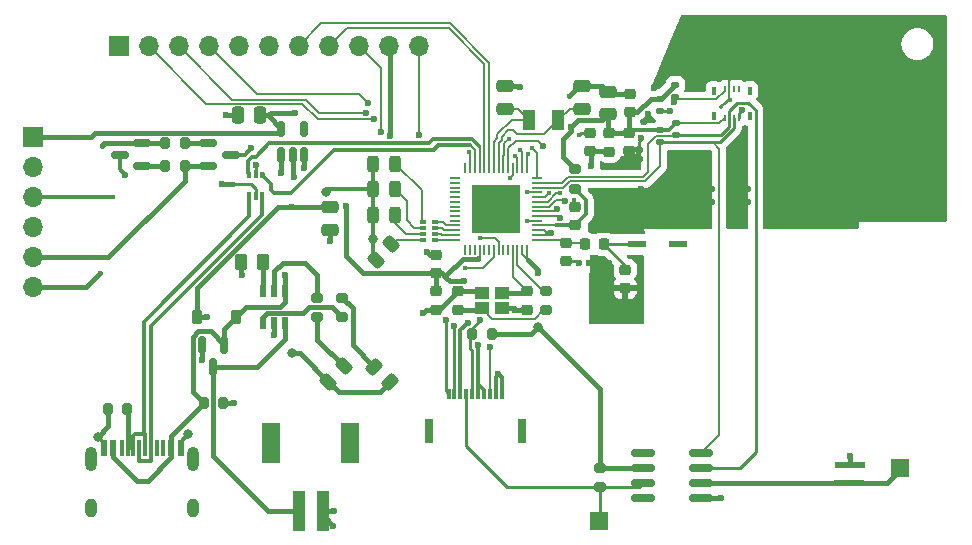
<source format=gtl>
G04 #@! TF.GenerationSoftware,KiCad,Pcbnew,7.0.11-7.0.11~ubuntu22.04.1*
G04 #@! TF.CreationDate,2024-06-25T15:30:52+02:00*
G04 #@! TF.ProjectId,S3-silicon-Sharp-Touch,53332d73-696c-4696-936f-6e2d53686172,rev?*
G04 #@! TF.SameCoordinates,Original*
G04 #@! TF.FileFunction,Copper,L1,Top*
G04 #@! TF.FilePolarity,Positive*
%FSLAX46Y46*%
G04 Gerber Fmt 4.6, Leading zero omitted, Abs format (unit mm)*
G04 Created by KiCad (PCBNEW 7.0.11-7.0.11~ubuntu22.04.1) date 2024-06-25 15:30:52*
%MOMM*%
%LPD*%
G01*
G04 APERTURE LIST*
G04 Aperture macros list*
%AMRoundRect*
0 Rectangle with rounded corners*
0 $1 Rounding radius*
0 $2 $3 $4 $5 $6 $7 $8 $9 X,Y pos of 4 corners*
0 Add a 4 corners polygon primitive as box body*
4,1,4,$2,$3,$4,$5,$6,$7,$8,$9,$2,$3,0*
0 Add four circle primitives for the rounded corners*
1,1,$1+$1,$2,$3*
1,1,$1+$1,$4,$5*
1,1,$1+$1,$6,$7*
1,1,$1+$1,$8,$9*
0 Add four rect primitives between the rounded corners*
20,1,$1+$1,$2,$3,$4,$5,0*
20,1,$1+$1,$4,$5,$6,$7,0*
20,1,$1+$1,$6,$7,$8,$9,0*
20,1,$1+$1,$8,$9,$2,$3,0*%
G04 Aperture macros list end*
G04 #@! TA.AperFunction,SMDPad,CuDef*
%ADD10R,0.600000X1.450000*%
G04 #@! TD*
G04 #@! TA.AperFunction,SMDPad,CuDef*
%ADD11R,0.300000X1.450000*%
G04 #@! TD*
G04 #@! TA.AperFunction,ComponentPad*
%ADD12O,1.000000X2.100000*%
G04 #@! TD*
G04 #@! TA.AperFunction,ComponentPad*
%ADD13O,1.000000X1.600000*%
G04 #@! TD*
G04 #@! TA.AperFunction,SMDPad,CuDef*
%ADD14RoundRect,0.200000X-0.275000X0.200000X-0.275000X-0.200000X0.275000X-0.200000X0.275000X0.200000X0*%
G04 #@! TD*
G04 #@! TA.AperFunction,SMDPad,CuDef*
%ADD15R,1.193800X0.990600*%
G04 #@! TD*
G04 #@! TA.AperFunction,SMDPad,CuDef*
%ADD16RoundRect,0.250000X-0.475000X0.250000X-0.475000X-0.250000X0.475000X-0.250000X0.475000X0.250000X0*%
G04 #@! TD*
G04 #@! TA.AperFunction,SMDPad,CuDef*
%ADD17RoundRect,0.200000X-0.200000X-0.275000X0.200000X-0.275000X0.200000X0.275000X-0.200000X0.275000X0*%
G04 #@! TD*
G04 #@! TA.AperFunction,SMDPad,CuDef*
%ADD18R,0.500000X0.320000*%
G04 #@! TD*
G04 #@! TA.AperFunction,SMDPad,CuDef*
%ADD19RoundRect,0.225000X-0.250000X0.225000X-0.250000X-0.225000X0.250000X-0.225000X0.250000X0.225000X0*%
G04 #@! TD*
G04 #@! TA.AperFunction,SMDPad,CuDef*
%ADD20RoundRect,0.218750X-0.256250X0.218750X-0.256250X-0.218750X0.256250X-0.218750X0.256250X0.218750X0*%
G04 #@! TD*
G04 #@! TA.AperFunction,SMDPad,CuDef*
%ADD21RoundRect,0.200000X0.200000X0.275000X-0.200000X0.275000X-0.200000X-0.275000X0.200000X-0.275000X0*%
G04 #@! TD*
G04 #@! TA.AperFunction,SMDPad,CuDef*
%ADD22RoundRect,0.243750X-0.150260X0.494975X-0.494975X0.150260X0.150260X-0.494975X0.494975X-0.150260X0*%
G04 #@! TD*
G04 #@! TA.AperFunction,SMDPad,CuDef*
%ADD23RoundRect,0.135000X-0.185000X0.135000X-0.185000X-0.135000X0.185000X-0.135000X0.185000X0.135000X0*%
G04 #@! TD*
G04 #@! TA.AperFunction,SMDPad,CuDef*
%ADD24RoundRect,0.150000X-0.587500X-0.150000X0.587500X-0.150000X0.587500X0.150000X-0.587500X0.150000X0*%
G04 #@! TD*
G04 #@! TA.AperFunction,SMDPad,CuDef*
%ADD25RoundRect,0.243750X-0.243750X-0.456250X0.243750X-0.456250X0.243750X0.456250X-0.243750X0.456250X0*%
G04 #@! TD*
G04 #@! TA.AperFunction,SMDPad,CuDef*
%ADD26R,2.616200X0.609600*%
G04 #@! TD*
G04 #@! TA.AperFunction,SMDPad,CuDef*
%ADD27R,2.514600X0.609600*%
G04 #@! TD*
G04 #@! TA.AperFunction,SMDPad,CuDef*
%ADD28R,0.220000X0.475000*%
G04 #@! TD*
G04 #@! TA.AperFunction,SMDPad,CuDef*
%ADD29R,0.320000X0.650000*%
G04 #@! TD*
G04 #@! TA.AperFunction,SMDPad,CuDef*
%ADD30RoundRect,0.225000X0.250000X-0.225000X0.250000X0.225000X-0.250000X0.225000X-0.250000X-0.225000X0*%
G04 #@! TD*
G04 #@! TA.AperFunction,SMDPad,CuDef*
%ADD31RoundRect,0.150000X-0.150000X0.587500X-0.150000X-0.587500X0.150000X-0.587500X0.150000X0.587500X0*%
G04 #@! TD*
G04 #@! TA.AperFunction,SMDPad,CuDef*
%ADD32RoundRect,0.250000X-0.262500X-0.450000X0.262500X-0.450000X0.262500X0.450000X-0.262500X0.450000X0*%
G04 #@! TD*
G04 #@! TA.AperFunction,SMDPad,CuDef*
%ADD33R,1.500000X1.500000*%
G04 #@! TD*
G04 #@! TA.AperFunction,SMDPad,CuDef*
%ADD34R,1.000000X3.500000*%
G04 #@! TD*
G04 #@! TA.AperFunction,SMDPad,CuDef*
%ADD35R,1.500000X3.400000*%
G04 #@! TD*
G04 #@! TA.AperFunction,SMDPad,CuDef*
%ADD36R,1.000000X1.800000*%
G04 #@! TD*
G04 #@! TA.AperFunction,SMDPad,CuDef*
%ADD37RoundRect,0.150000X-0.825000X-0.150000X0.825000X-0.150000X0.825000X0.150000X-0.825000X0.150000X0*%
G04 #@! TD*
G04 #@! TA.AperFunction,SMDPad,CuDef*
%ADD38RoundRect,0.218750X0.218750X0.256250X-0.218750X0.256250X-0.218750X-0.256250X0.218750X-0.256250X0*%
G04 #@! TD*
G04 #@! TA.AperFunction,SMDPad,CuDef*
%ADD39R,0.850000X0.200000*%
G04 #@! TD*
G04 #@! TA.AperFunction,SMDPad,CuDef*
%ADD40R,0.200000X0.850000*%
G04 #@! TD*
G04 #@! TA.AperFunction,SMDPad,CuDef*
%ADD41R,4.050000X4.050000*%
G04 #@! TD*
G04 #@! TA.AperFunction,SMDPad,CuDef*
%ADD42RoundRect,0.243750X0.150260X-0.494975X0.494975X-0.150260X-0.150260X0.494975X-0.494975X0.150260X0*%
G04 #@! TD*
G04 #@! TA.AperFunction,SMDPad,CuDef*
%ADD43RoundRect,0.225000X-0.225000X-0.375000X0.225000X-0.375000X0.225000X0.375000X-0.225000X0.375000X0*%
G04 #@! TD*
G04 #@! TA.AperFunction,SMDPad,CuDef*
%ADD44RoundRect,0.150000X0.150000X-0.512500X0.150000X0.512500X-0.150000X0.512500X-0.150000X-0.512500X0*%
G04 #@! TD*
G04 #@! TA.AperFunction,SMDPad,CuDef*
%ADD45RoundRect,0.250000X-0.250000X-0.475000X0.250000X-0.475000X0.250000X0.475000X-0.250000X0.475000X0*%
G04 #@! TD*
G04 #@! TA.AperFunction,SMDPad,CuDef*
%ADD46RoundRect,0.200000X0.275000X-0.200000X0.275000X0.200000X-0.275000X0.200000X-0.275000X-0.200000X0*%
G04 #@! TD*
G04 #@! TA.AperFunction,SMDPad,CuDef*
%ADD47RoundRect,0.243750X-0.494975X-0.150260X-0.150260X-0.494975X0.494975X0.150260X0.150260X0.494975X0*%
G04 #@! TD*
G04 #@! TA.AperFunction,SMDPad,CuDef*
%ADD48R,0.558800X0.990600*%
G04 #@! TD*
G04 #@! TA.AperFunction,ComponentPad*
%ADD49R,1.700000X1.700000*%
G04 #@! TD*
G04 #@! TA.AperFunction,ComponentPad*
%ADD50O,1.700000X1.700000*%
G04 #@! TD*
G04 #@! TA.AperFunction,SMDPad,CuDef*
%ADD51R,1.500000X0.600000*%
G04 #@! TD*
G04 #@! TA.AperFunction,SMDPad,CuDef*
%ADD52RoundRect,0.150000X0.587500X0.150000X-0.587500X0.150000X-0.587500X-0.150000X0.587500X-0.150000X0*%
G04 #@! TD*
G04 #@! TA.AperFunction,SMDPad,CuDef*
%ADD53R,0.300000X0.850000*%
G04 #@! TD*
G04 #@! TA.AperFunction,SMDPad,CuDef*
%ADD54R,0.800000X2.000000*%
G04 #@! TD*
G04 #@! TA.AperFunction,SMDPad,CuDef*
%ADD55R,0.375000X0.500000*%
G04 #@! TD*
G04 #@! TA.AperFunction,SMDPad,CuDef*
%ADD56R,0.300000X0.650000*%
G04 #@! TD*
G04 #@! TA.AperFunction,ViaPad*
%ADD57C,0.600000*%
G04 #@! TD*
G04 #@! TA.AperFunction,ViaPad*
%ADD58C,0.800000*%
G04 #@! TD*
G04 #@! TA.AperFunction,ViaPad*
%ADD59C,0.400000*%
G04 #@! TD*
G04 #@! TA.AperFunction,Conductor*
%ADD60C,0.250000*%
G04 #@! TD*
G04 #@! TA.AperFunction,Conductor*
%ADD61C,0.400000*%
G04 #@! TD*
G04 #@! TA.AperFunction,Conductor*
%ADD62C,0.300000*%
G04 #@! TD*
G04 #@! TA.AperFunction,Conductor*
%ADD63C,0.200000*%
G04 #@! TD*
G04 APERTURE END LIST*
D10*
X36140000Y-68170000D03*
X36940000Y-68170000D03*
D11*
X38140000Y-68170000D03*
X39140000Y-68170000D03*
X39640000Y-68170000D03*
X40640000Y-68170000D03*
D10*
X41840000Y-68170000D03*
X42640000Y-68170000D03*
X42640000Y-68170000D03*
X41840000Y-68170000D03*
D11*
X41140000Y-68170000D03*
X40140000Y-68170000D03*
X38640000Y-68170000D03*
X37640000Y-68170000D03*
D10*
X36940000Y-68170000D03*
X36140000Y-68170000D03*
D12*
X35070000Y-69085000D03*
D13*
X35070000Y-73265000D03*
D12*
X43710000Y-69085000D03*
D13*
X43710000Y-73265000D03*
D14*
X76020000Y-44565000D03*
X76020000Y-46215000D03*
D15*
X68159999Y-56339999D03*
X69860001Y-56339999D03*
X69860001Y-55040001D03*
X68159999Y-55040001D03*
D16*
X78800000Y-38000000D03*
X78800000Y-39900000D03*
D17*
X41335000Y-44280000D03*
X42985000Y-44280000D03*
D18*
X63180000Y-49020000D03*
X63180000Y-49520000D03*
X63180000Y-50020000D03*
X63180000Y-50520000D03*
X64180000Y-50520000D03*
X64180000Y-50020000D03*
X64180000Y-49520000D03*
X64180000Y-49020000D03*
D19*
X64270000Y-51810000D03*
X64270000Y-53360000D03*
D20*
X78940000Y-41492500D03*
X78940000Y-43067500D03*
D21*
X38125000Y-64860000D03*
X36475000Y-64860000D03*
D22*
X56450000Y-61250000D03*
X55124174Y-62575826D03*
D23*
X84530000Y-37420000D03*
X84530000Y-38440000D03*
D24*
X44982500Y-42370000D03*
X44982500Y-44270000D03*
X46857500Y-43320000D03*
D25*
X58902500Y-48433332D03*
X60777500Y-48433332D03*
D26*
X99229200Y-71130002D03*
D27*
X99280000Y-69630000D03*
D28*
X88700004Y-40207499D03*
X89100003Y-40207499D03*
X89500003Y-40207499D03*
X89900002Y-40207499D03*
X88700004Y-37782501D03*
X89100003Y-37782501D03*
X89500003Y-37782501D03*
X89900002Y-37782501D03*
D29*
X87750006Y-37910000D03*
X90850000Y-37910000D03*
X87750006Y-40080000D03*
X90850000Y-40080000D03*
D19*
X80670000Y-38185000D03*
X80670000Y-39735000D03*
D16*
X55255000Y-47775000D03*
X55255000Y-49675000D03*
D30*
X80590000Y-43055000D03*
X80590000Y-41505000D03*
D31*
X46310000Y-59415000D03*
X44410000Y-59415000D03*
X45360000Y-61290000D03*
D16*
X70100000Y-37550000D03*
X70100000Y-39450000D03*
D19*
X66085000Y-54915000D03*
X66085000Y-56465000D03*
D14*
X73600000Y-54865000D03*
X73600000Y-56515000D03*
D23*
X83260000Y-38580000D03*
X83260000Y-39600000D03*
D19*
X75220000Y-50800000D03*
X75220000Y-52350000D03*
D32*
X47780000Y-52420000D03*
X49605000Y-52420000D03*
D33*
X103500000Y-69870000D03*
D34*
X54660000Y-73530000D03*
X52660000Y-73530000D03*
D35*
X57010000Y-67780000D03*
X50310000Y-67780000D03*
D21*
X68955000Y-58510000D03*
X67305000Y-58510000D03*
D16*
X76650000Y-37550000D03*
X76650000Y-39450000D03*
D36*
X74625000Y-40400000D03*
X72125000Y-40400000D03*
D37*
X81780000Y-68570000D03*
X81780000Y-69840000D03*
X81780000Y-71110000D03*
X81780000Y-72380000D03*
X86730000Y-72380000D03*
X86730000Y-71110000D03*
X86730000Y-69840000D03*
X86730000Y-68570000D03*
D38*
X78437500Y-50910000D03*
X76862500Y-50910000D03*
D39*
X72800000Y-50525000D03*
X72800000Y-50125000D03*
X72800000Y-49725000D03*
X72800000Y-49325000D03*
X72800000Y-48925000D03*
X72800000Y-48525000D03*
X72800000Y-48125000D03*
X72800000Y-47725000D03*
X72800000Y-47325000D03*
X72800000Y-46925000D03*
X72800000Y-46525000D03*
X72800000Y-46125000D03*
X72800000Y-45725000D03*
X72800000Y-45325000D03*
D40*
X71950000Y-44475000D03*
X71550000Y-44475000D03*
X71150000Y-44475000D03*
X70750000Y-44475000D03*
X70350000Y-44475000D03*
X69950000Y-44475000D03*
X69550000Y-44475000D03*
X69150000Y-44475000D03*
X68750000Y-44475000D03*
X68350000Y-44475000D03*
X67950000Y-44475000D03*
X67550000Y-44475000D03*
X67150000Y-44475000D03*
X66750000Y-44475000D03*
D39*
X65900000Y-45325000D03*
X65900000Y-45725000D03*
X65900000Y-46125000D03*
X65900000Y-46525000D03*
X65900000Y-46925000D03*
X65900000Y-47325000D03*
X65900000Y-47725000D03*
X65900000Y-48125000D03*
X65900000Y-48525000D03*
X65900000Y-48925000D03*
X65900000Y-49325000D03*
X65900000Y-49725000D03*
X65900000Y-50125000D03*
X65900000Y-50525000D03*
D40*
X66750000Y-51375000D03*
X67150000Y-51375000D03*
X67550000Y-51375000D03*
X67950000Y-51375000D03*
X68350000Y-51375000D03*
X68750000Y-51375000D03*
X69150000Y-51375000D03*
X69550000Y-51375000D03*
X69950000Y-51375000D03*
X70350000Y-51375000D03*
X70750000Y-51375000D03*
X71150000Y-51375000D03*
X71550000Y-51375000D03*
X71950000Y-51375000D03*
D41*
X69350000Y-47925000D03*
D42*
X59137087Y-52212913D03*
X60462913Y-50887087D03*
D43*
X44052500Y-57062500D03*
X47352500Y-57062500D03*
D21*
X42985000Y-42350000D03*
X41335000Y-42350000D03*
D44*
X51160000Y-43397500D03*
X52110000Y-43397500D03*
X53060000Y-43397500D03*
X53060000Y-41122500D03*
X51160000Y-41122500D03*
D14*
X78125000Y-69825000D03*
X78125000Y-71475000D03*
D19*
X80270000Y-53080000D03*
X80270000Y-54630000D03*
D25*
X58902500Y-44080000D03*
X60777500Y-44080000D03*
D23*
X83230000Y-41280000D03*
X83230000Y-42300000D03*
D25*
X58902500Y-46256666D03*
X60777500Y-46256666D03*
D45*
X47480000Y-40010000D03*
X49380000Y-40010000D03*
D23*
X84580000Y-40680000D03*
X84580000Y-41700000D03*
D46*
X54210000Y-57105000D03*
X54210000Y-55455000D03*
D19*
X77290000Y-41505000D03*
X77290000Y-43055000D03*
D47*
X59037087Y-61287087D03*
X60362913Y-62612913D03*
D48*
X49599998Y-57610000D03*
X50549999Y-57610000D03*
X51500000Y-57610000D03*
X51500000Y-54892200D03*
X50549999Y-54892200D03*
X49599998Y-54892200D03*
D49*
X30150000Y-41840000D03*
D50*
X30150000Y-44380000D03*
X30150000Y-46920000D03*
X30150000Y-49460000D03*
X30150000Y-52000000D03*
X30150000Y-54540000D03*
D51*
X81280000Y-50880000D03*
X84780000Y-50880000D03*
X84780000Y-49280000D03*
X81280000Y-49280000D03*
D46*
X56310000Y-57105000D03*
X56310000Y-55455000D03*
D52*
X39340000Y-44270000D03*
X39340000Y-42370000D03*
X37465000Y-43320000D03*
D19*
X76020000Y-47755000D03*
X76020000Y-49305000D03*
D30*
X71960000Y-56465000D03*
X71960000Y-54915000D03*
D21*
X46225000Y-64360000D03*
X44575000Y-64360000D03*
D49*
X37400000Y-34130000D03*
D50*
X39940000Y-34130000D03*
X42480000Y-34130000D03*
X45020000Y-34130000D03*
X47560000Y-34130000D03*
X50100000Y-34130000D03*
X52640000Y-34130000D03*
X55180000Y-34130000D03*
X57720000Y-34130000D03*
X60260000Y-34130000D03*
X62800000Y-34130000D03*
D53*
X65320000Y-63595000D03*
X65820000Y-63595000D03*
X66320000Y-63595000D03*
X66820000Y-63595000D03*
X67320000Y-63595000D03*
X67820000Y-63595000D03*
X68320000Y-63595000D03*
X68820000Y-63595000D03*
X69320000Y-63595000D03*
X69820000Y-63595000D03*
D54*
X63620000Y-66770000D03*
X71520000Y-66770000D03*
D33*
X78030000Y-74340000D03*
D30*
X64260000Y-56465000D03*
X64260000Y-54915000D03*
D55*
X48462500Y-46760000D03*
D56*
X49000000Y-46835000D03*
D55*
X49537500Y-46760000D03*
X49537500Y-45060000D03*
D56*
X49000000Y-44985000D03*
D55*
X48462500Y-45060000D03*
D57*
X51490000Y-53520000D03*
D58*
X52050000Y-60150000D03*
D57*
X49000000Y-44190000D03*
X92172000Y-47320000D03*
X81610000Y-41950000D03*
X69540000Y-61900000D03*
X83094666Y-46200000D03*
X47110000Y-64350000D03*
X81560000Y-55913630D03*
X101268000Y-47320000D03*
X81520000Y-42973750D03*
X102785324Y-46200000D03*
D59*
X76400000Y-41670000D03*
D57*
X87624000Y-47320000D03*
X98241326Y-46200000D03*
X80080000Y-48490000D03*
X77246666Y-52530000D03*
D58*
X43250000Y-67015000D03*
D57*
X101270658Y-46200000D03*
X99755992Y-46200000D03*
D58*
X54900000Y-46470000D03*
D57*
X81560000Y-47320000D03*
X88360000Y-72390000D03*
X80822867Y-44235049D03*
X63525331Y-51554669D03*
X93697328Y-46200000D03*
D59*
X89110000Y-38670000D03*
D57*
X96720000Y-47320000D03*
X80930000Y-48470000D03*
X102784000Y-47320000D03*
D58*
X35600000Y-67195000D03*
D57*
X71400000Y-37570000D03*
X86108000Y-47320000D03*
X90667996Y-46200000D03*
X93688000Y-47320000D03*
X98236000Y-47320000D03*
D59*
X75912275Y-47133376D03*
D57*
X81560000Y-53540904D03*
X99752000Y-47320000D03*
X50550000Y-58600000D03*
X46120000Y-45790000D03*
X81526462Y-43672876D03*
X81560000Y-54727267D03*
X99320000Y-68830000D03*
X78495000Y-49750000D03*
X52240000Y-45260000D03*
X84609332Y-46200000D03*
X80080000Y-49480000D03*
X81580000Y-46200000D03*
X55590000Y-73540000D03*
X104300000Y-46200000D03*
X86123998Y-46200000D03*
X63190000Y-56700000D03*
X79300000Y-49740000D03*
D59*
X75540000Y-38400000D03*
D57*
X89153330Y-46200000D03*
X78940000Y-52530000D03*
X89140000Y-47320000D03*
X82750000Y-37650000D03*
X47810000Y-53500000D03*
X46500000Y-40010000D03*
X92182662Y-46200000D03*
X81830000Y-40560000D03*
X83076000Y-47320000D03*
X104300000Y-47320000D03*
X96726660Y-46200000D03*
X82220000Y-39890000D03*
X77590000Y-49750000D03*
X84592000Y-47320000D03*
X55550000Y-74740000D03*
X76400000Y-52530000D03*
X55270000Y-50610000D03*
X89110000Y-35640000D03*
X69124402Y-48790000D03*
D59*
X79860000Y-38180000D03*
D57*
X90656000Y-47320000D03*
X87638664Y-46200000D03*
X95204000Y-47320000D03*
X81560000Y-57100000D03*
X70980000Y-56460000D03*
D58*
X58900000Y-50450000D03*
D57*
X95211994Y-46200000D03*
D58*
X72870000Y-57950000D03*
D57*
X66625000Y-54065000D03*
X52320000Y-39800000D03*
X72920000Y-53345000D03*
X56607281Y-47672719D03*
D59*
X70408248Y-41971752D03*
D57*
X60391865Y-41742806D03*
X75680000Y-40990000D03*
X77360000Y-44300000D03*
X74000000Y-49925000D03*
X37940000Y-45040000D03*
D59*
X74540000Y-49310000D03*
D57*
X62800000Y-41660000D03*
D59*
X71990000Y-48930000D03*
D57*
X48609241Y-42770809D03*
X58530000Y-38940000D03*
D59*
X72060000Y-43310000D03*
X71406091Y-42903909D03*
D57*
X58360000Y-39770000D03*
D59*
X70939092Y-43413909D03*
D57*
X58980000Y-40330000D03*
D59*
X70536664Y-45289989D03*
D57*
X53070000Y-44500000D03*
X67810000Y-59460000D03*
X44400000Y-60690000D03*
X44860000Y-57090000D03*
X51154065Y-44875500D03*
X52030000Y-47760000D03*
X90170000Y-39570000D03*
X84050000Y-39600000D03*
D59*
X73800000Y-46600000D03*
X72416989Y-42799121D03*
X71917956Y-46501608D03*
D57*
X84420000Y-38910000D03*
X66960000Y-57570000D03*
X75166909Y-47216646D03*
X65810000Y-57830000D03*
X74535060Y-47924939D03*
D59*
X67010000Y-43130000D03*
D57*
X59623199Y-41379959D03*
D59*
X66730000Y-52910000D03*
X68020000Y-50410000D03*
X36900000Y-46920000D03*
X35821091Y-53321091D03*
X35940000Y-42610000D03*
D57*
X65104928Y-57355259D03*
X74731789Y-48673211D03*
X68020000Y-57360000D03*
D59*
X74740000Y-46600000D03*
D57*
X68830000Y-59600000D03*
X73330000Y-42560000D03*
D60*
X49000000Y-44985000D02*
X49000000Y-44190000D01*
D61*
X41840000Y-68170000D02*
X41840000Y-67140000D01*
X41840000Y-67140000D02*
X44620000Y-64360000D01*
X46310000Y-59415000D02*
X46310000Y-58105000D01*
X43660000Y-58730378D02*
X43660000Y-63400000D01*
X48180300Y-56234700D02*
X51052800Y-56234700D01*
X41840000Y-68958984D02*
X41840000Y-68170000D01*
X51500000Y-55787500D02*
X51500000Y-54892200D01*
X44120378Y-58270000D02*
X43660000Y-58730378D01*
X46310000Y-58105000D02*
X47352500Y-57062500D01*
X39833984Y-70965000D02*
X41840000Y-68958984D01*
X52711261Y-60150000D02*
X55187087Y-62625826D01*
X59525826Y-63450000D02*
X60362913Y-62612913D01*
X36940000Y-68958984D02*
X38946016Y-70965000D01*
X55187087Y-62625826D02*
X56011261Y-63450000D01*
X46310000Y-59415000D02*
X45165000Y-58270000D01*
X47352500Y-57062500D02*
X48180300Y-56234700D01*
X51500000Y-54892200D02*
X51500000Y-53530000D01*
X43660000Y-63400000D02*
X44620000Y-64360000D01*
X52050000Y-60150000D02*
X52050000Y-60201652D01*
X56011261Y-63450000D02*
X59525826Y-63450000D01*
X51052800Y-56234700D02*
X51500000Y-55787500D01*
X52050000Y-60150000D02*
X52711261Y-60150000D01*
X51500000Y-53530000D02*
X51490000Y-53520000D01*
X36940000Y-68170000D02*
X36940000Y-68958984D01*
X45165000Y-58270000D02*
X44120378Y-58270000D01*
X38946016Y-70965000D02*
X39833984Y-70965000D01*
X78350000Y-37550000D02*
X78800000Y-38000000D01*
X80670000Y-38185000D02*
X79865000Y-38185000D01*
D62*
X36140000Y-68170000D02*
X36140000Y-67735000D01*
X58900000Y-51975826D02*
X59137087Y-52212913D01*
D60*
X76220000Y-52350000D02*
X76400000Y-52530000D01*
D61*
X86730000Y-72380000D02*
X88350000Y-72380000D01*
X78985000Y-38185000D02*
X78800000Y-38000000D01*
X55255000Y-49675000D02*
X55255000Y-50595000D01*
D62*
X58900000Y-50450000D02*
X58900000Y-51975826D01*
D61*
X88350000Y-72380000D02*
X88360000Y-72390000D01*
X63425000Y-56465000D02*
X63190000Y-56700000D01*
X64260000Y-56465000D02*
X64535000Y-56465000D01*
X79855000Y-38185000D02*
X78985000Y-38185000D01*
D63*
X89100003Y-38660003D02*
X89110000Y-38670000D01*
D61*
X68034998Y-54915000D02*
X68159999Y-55040001D01*
D62*
X58902500Y-46256666D02*
X55113334Y-46256666D01*
D60*
X75220000Y-52350000D02*
X76220000Y-52350000D01*
D61*
X36475000Y-64860000D02*
X36475000Y-66320000D01*
D63*
X89100003Y-35649997D02*
X89110000Y-35640000D01*
D61*
X76650000Y-37550000D02*
X76390000Y-37550000D01*
X70985000Y-56465000D02*
X70980000Y-56460000D01*
X64535000Y-56465000D02*
X66085000Y-54915000D01*
X81411250Y-42865000D02*
X81520000Y-42973750D01*
D62*
X58902500Y-48433332D02*
X58902500Y-50447500D01*
D61*
X50549999Y-57610000D02*
X50550000Y-58600000D01*
X55580000Y-73530000D02*
X55590000Y-73540000D01*
D63*
X76020000Y-47241101D02*
X75912275Y-47133376D01*
D61*
X79860000Y-38180000D02*
X79855000Y-38185000D01*
X36475000Y-66320000D02*
X35600000Y-67195000D01*
X71380000Y-37550000D02*
X71400000Y-37570000D01*
X52110000Y-45130000D02*
X52240000Y-45260000D01*
X99280000Y-68870000D02*
X99320000Y-68830000D01*
X70859999Y-56339999D02*
X70980000Y-56460000D01*
X99280000Y-69630000D02*
X99280000Y-68870000D01*
X47480000Y-40010000D02*
X46500000Y-40010000D01*
D60*
X76565000Y-41505000D02*
X76400000Y-41670000D01*
D62*
X42640000Y-68170000D02*
X42640000Y-67625000D01*
D61*
X69860001Y-56339999D02*
X70859999Y-56339999D01*
X76650000Y-37550000D02*
X78350000Y-37550000D01*
X47100000Y-64360000D02*
X47110000Y-64350000D01*
X54660000Y-73530000D02*
X55580000Y-73530000D01*
D62*
X58902500Y-50447500D02*
X58900000Y-50450000D01*
D60*
X49000000Y-46210000D02*
X48565000Y-45775000D01*
D62*
X69320000Y-63595000D02*
X69320000Y-62120000D01*
D61*
X46225000Y-64360000D02*
X47100000Y-64360000D01*
X46135000Y-45775000D02*
X46120000Y-45790000D01*
X54660000Y-73850000D02*
X55550000Y-74740000D01*
X64260000Y-56465000D02*
X63425000Y-56465000D01*
X54660000Y-73530000D02*
X54660000Y-73850000D01*
X47780000Y-53470000D02*
X47810000Y-53500000D01*
X52110000Y-43397500D02*
X52110000Y-45130000D01*
D63*
X76020000Y-47755000D02*
X76020000Y-47241101D01*
D61*
X71960000Y-56465000D02*
X70985000Y-56465000D01*
X66085000Y-54915000D02*
X68034998Y-54915000D01*
D60*
X77290000Y-41505000D02*
X76565000Y-41505000D01*
D63*
X89100003Y-37782501D02*
X89100003Y-38660003D01*
D61*
X63780662Y-51810000D02*
X63525331Y-51554669D01*
X55255000Y-50595000D02*
X55270000Y-50610000D01*
X79865000Y-38185000D02*
X79860000Y-38180000D01*
D63*
X89100003Y-37782501D02*
X89100003Y-35649997D01*
D62*
X36140000Y-67735000D02*
X35600000Y-67195000D01*
D61*
X76390000Y-37550000D02*
X75540000Y-38400000D01*
D62*
X58902500Y-46256666D02*
X58902500Y-48433332D01*
X69820000Y-62180000D02*
X69540000Y-61900000D01*
X42640000Y-67625000D02*
X43250000Y-67015000D01*
D61*
X80625000Y-42865000D02*
X81411250Y-42865000D01*
X64270000Y-51810000D02*
X63780662Y-51810000D01*
X70100000Y-37550000D02*
X71380000Y-37550000D01*
D62*
X55113334Y-46256666D02*
X54900000Y-46470000D01*
D63*
X76020000Y-47755000D02*
X76008978Y-47755000D01*
D60*
X48565000Y-45775000D02*
X47080000Y-45775000D01*
D62*
X58902500Y-44080000D02*
X58902500Y-46256666D01*
X69320000Y-62120000D02*
X69540000Y-61900000D01*
X69820000Y-63595000D02*
X69820000Y-62180000D01*
D61*
X47780000Y-52420000D02*
X47780000Y-53470000D01*
X47080000Y-45775000D02*
X46135000Y-45775000D01*
D60*
X49000000Y-46835000D02*
X49000000Y-46210000D01*
D61*
X52110000Y-45100000D02*
X52240000Y-45230000D01*
X52240000Y-45230000D02*
X52240000Y-45260000D01*
X50900000Y-41472500D02*
X47840000Y-41472500D01*
X64680000Y-53390000D02*
X64770000Y-53390000D01*
D63*
X70039999Y-42577459D02*
X70039999Y-42340001D01*
X70039999Y-42340001D02*
X70408248Y-41971752D01*
D61*
X65130000Y-53530000D02*
X66520000Y-52140000D01*
X76280000Y-40390000D02*
X75680000Y-40990000D01*
X83260000Y-38580000D02*
X83300000Y-38580000D01*
X76020000Y-44565000D02*
X75000000Y-43545000D01*
X64270000Y-53360000D02*
X64680000Y-53360000D01*
X58060000Y-53360000D02*
X56607281Y-51907281D01*
X64770000Y-53390000D02*
X65130000Y-53750000D01*
D63*
X71550000Y-51700000D02*
X72075000Y-52225000D01*
D61*
X72920000Y-53070000D02*
X72920000Y-53345000D01*
D63*
X88227503Y-40680000D02*
X84580000Y-40680000D01*
D61*
X72870000Y-57950000D02*
X78125000Y-63205000D01*
X72310000Y-58510000D02*
X68955000Y-58510000D01*
X47840000Y-41472500D02*
X47837500Y-41475000D01*
X78125000Y-69825000D02*
X81765000Y-69825000D01*
X80670000Y-39735000D02*
X81275000Y-39735000D01*
X67810000Y-52140000D02*
X67850000Y-52100000D01*
X78800000Y-41352500D02*
X78940000Y-41492500D01*
X64260000Y-54915000D02*
X64260000Y-53370000D01*
D63*
X71950000Y-52100000D02*
X72075000Y-52225000D01*
D61*
X47837500Y-41475000D02*
X35370000Y-41475000D01*
X78310000Y-40390000D02*
X78800000Y-39900000D01*
D63*
X80815000Y-41280000D02*
X80590000Y-41505000D01*
D61*
X65130000Y-53750000D02*
X65130000Y-53530000D01*
X80625000Y-39780000D02*
X80670000Y-39735000D01*
D63*
X67950000Y-51375000D02*
X67950000Y-52000000D01*
D61*
X49380000Y-40010000D02*
X50047500Y-40010000D01*
X76280000Y-40390000D02*
X78310000Y-40390000D01*
X65445000Y-54065000D02*
X66625000Y-54065000D01*
X82430000Y-38580000D02*
X83260000Y-38580000D01*
X80577500Y-41492500D02*
X80590000Y-41505000D01*
D63*
X88700004Y-40207499D02*
X88227503Y-40680000D01*
D61*
X72075000Y-52225000D02*
X72920000Y-53070000D01*
X80625000Y-41315000D02*
X80625000Y-39780000D01*
D63*
X71550000Y-51375000D02*
X71550000Y-51700000D01*
D62*
X83980000Y-41280000D02*
X84580000Y-40680000D01*
X83230000Y-41280000D02*
X80815000Y-41280000D01*
D61*
X81275000Y-39735000D02*
X82430000Y-38580000D01*
X64270000Y-53360000D02*
X58060000Y-53360000D01*
D63*
X69950000Y-43407062D02*
X69980004Y-43377058D01*
D61*
X78125000Y-63205000D02*
X78125000Y-69825000D01*
D63*
X69980004Y-43377058D02*
X69980004Y-42637455D01*
D61*
X75000000Y-42028529D02*
X75680000Y-41348529D01*
X83300000Y-38580000D02*
X84480000Y-37400000D01*
X50047500Y-40010000D02*
X50257500Y-39800000D01*
X50257500Y-39800000D02*
X52320000Y-39800000D01*
X50047500Y-40010000D02*
X51160000Y-41122500D01*
X60391865Y-34261865D02*
X60391865Y-41742806D01*
D63*
X71950000Y-51375000D02*
X71950000Y-52100000D01*
X67950000Y-52000000D02*
X67850000Y-52100000D01*
D61*
X75680000Y-41348529D02*
X75680000Y-40990000D01*
X56607281Y-51907281D02*
X56607281Y-47672719D01*
X35005000Y-41840000D02*
X30150000Y-41840000D01*
X66520000Y-52140000D02*
X67810000Y-52140000D01*
X35370000Y-41475000D02*
X35005000Y-41840000D01*
X81765000Y-69825000D02*
X81780000Y-69840000D01*
X64260000Y-53370000D02*
X64270000Y-53360000D01*
D63*
X69980004Y-42637455D02*
X70039999Y-42577459D01*
D61*
X72870000Y-57950000D02*
X72310000Y-58510000D01*
X65130000Y-53750000D02*
X65445000Y-54065000D01*
X75000000Y-43545000D02*
X75000000Y-42028529D01*
X80612500Y-41302500D02*
X80625000Y-41315000D01*
D62*
X83230000Y-41280000D02*
X83980000Y-41280000D01*
D61*
X78940000Y-41492500D02*
X80577500Y-41492500D01*
X60260000Y-34130000D02*
X60391865Y-34261865D01*
D63*
X69950000Y-44475000D02*
X69950000Y-43407062D01*
D61*
X78800000Y-39900000D02*
X78800000Y-41352500D01*
X64680000Y-53360000D02*
X64680000Y-53390000D01*
D63*
X73400000Y-49725000D02*
X73625000Y-49950000D01*
D61*
X77290000Y-43055000D02*
X78927500Y-43055000D01*
X78927500Y-43055000D02*
X78940000Y-43067500D01*
D63*
X72800000Y-49725000D02*
X73400000Y-49725000D01*
X73450000Y-50125000D02*
X73625000Y-49950000D01*
D61*
X77360000Y-44300000D02*
X77360000Y-43125000D01*
D63*
X72800000Y-50125000D02*
X73450000Y-50125000D01*
D61*
X77185000Y-42850000D02*
X77200000Y-42865000D01*
X73650000Y-49925000D02*
X74000000Y-49925000D01*
X73625000Y-49950000D02*
X73650000Y-49925000D01*
X77360000Y-43125000D02*
X77290000Y-43055000D01*
D62*
X76020000Y-46215000D02*
X76940000Y-47135000D01*
D63*
X72800000Y-49325000D02*
X74525000Y-49325000D01*
X74525000Y-49325000D02*
X74540000Y-49310000D01*
D62*
X76940000Y-47135000D02*
X76940000Y-48385000D01*
X74545000Y-49305000D02*
X74540000Y-49310000D01*
X76940000Y-48385000D02*
X76020000Y-49305000D01*
X37465000Y-44565000D02*
X37940000Y-45040000D01*
X37465000Y-43320000D02*
X37465000Y-44565000D01*
X76020000Y-49305000D02*
X74545000Y-49305000D01*
D63*
X74540000Y-49310000D02*
X74555000Y-49325000D01*
X69035000Y-57215000D02*
X68159999Y-56339999D01*
D61*
X66085000Y-56465000D02*
X68034998Y-56465000D01*
X68034998Y-56465000D02*
X68159999Y-56339999D01*
D63*
X73340000Y-56515000D02*
X72640000Y-57215000D01*
X72640000Y-57215000D02*
X69035000Y-57215000D01*
X71834999Y-55040001D02*
X71960000Y-54915000D01*
D61*
X69860001Y-55040001D02*
X71834999Y-55040001D01*
D63*
X70750000Y-53705000D02*
X71960000Y-54915000D01*
X70750000Y-51375000D02*
X70750000Y-53705000D01*
X75220000Y-50800000D02*
X76752500Y-50800000D01*
D62*
X75330000Y-50910000D02*
X75220000Y-50800000D01*
D63*
X72800000Y-50525000D02*
X74945000Y-50525000D01*
D60*
X78437500Y-50910000D02*
X81250000Y-50910000D01*
X80270000Y-53080000D02*
X80270000Y-52742500D01*
X80270000Y-52742500D02*
X78437500Y-50910000D01*
X81250000Y-50910000D02*
X81280000Y-50880000D01*
D63*
X73405000Y-41620000D02*
X74625000Y-40400000D01*
X69800000Y-41802182D02*
X70321091Y-41281091D01*
X69800000Y-42082066D02*
X69800000Y-41802182D01*
X70760000Y-41281091D02*
X71098909Y-41620000D01*
X75565000Y-39460000D02*
X76650000Y-39460000D01*
X69550000Y-42332066D02*
X69800000Y-42082066D01*
X69550000Y-44475000D02*
X69550000Y-42332066D01*
X70321091Y-41281091D02*
X70760000Y-41281091D01*
X74625000Y-40400000D02*
X75565000Y-39460000D01*
X71098909Y-41620000D02*
X73405000Y-41620000D01*
X69460000Y-41941234D02*
X69460000Y-41619167D01*
X70679167Y-40400000D02*
X72125000Y-40400000D01*
X69150000Y-42251234D02*
X69460000Y-41941234D01*
X71175000Y-39450000D02*
X72125000Y-40400000D01*
X69150000Y-44475000D02*
X69150000Y-42251234D01*
X70100000Y-39450000D02*
X71175000Y-39450000D01*
X69460000Y-41619167D02*
X70679167Y-40400000D01*
X62800000Y-41660000D02*
X62800000Y-34130000D01*
D62*
X48060050Y-43320000D02*
X48609241Y-42770809D01*
X46857500Y-43320000D02*
X48060050Y-43320000D01*
D63*
X72800000Y-48925000D02*
X71995000Y-48925000D01*
X71995000Y-48925000D02*
X71990000Y-48930000D01*
X57770000Y-38180000D02*
X58530000Y-38940000D01*
X71950000Y-43420000D02*
X72060000Y-43310000D01*
X49070000Y-38180000D02*
X57770000Y-38180000D01*
X71950000Y-44475000D02*
X71950000Y-43420000D01*
X45020000Y-34130000D02*
X49070000Y-38180000D01*
X53260000Y-38670000D02*
X47020000Y-38670000D01*
X54360000Y-39770000D02*
X53260000Y-38670000D01*
X47020000Y-38670000D02*
X42480000Y-34130000D01*
X58360000Y-39770000D02*
X54360000Y-39770000D01*
X71550000Y-43047818D02*
X71406091Y-42903909D01*
X71550000Y-44475000D02*
X71550000Y-43047818D01*
X54230000Y-40330000D02*
X52910000Y-39010000D01*
X71150000Y-44475000D02*
X71150000Y-43624817D01*
X52910000Y-39010000D02*
X44820000Y-39010000D01*
X44820000Y-39010000D02*
X39940000Y-34130000D01*
X71150000Y-43624817D02*
X70939092Y-43413909D01*
X58980000Y-40330000D02*
X54230000Y-40330000D01*
X70750000Y-45076653D02*
X70536664Y-45289989D01*
X70750000Y-44475000D02*
X70750000Y-45076653D01*
D62*
X67820000Y-59470000D02*
X67810000Y-59460000D01*
D61*
X44052500Y-57062500D02*
X44052500Y-54593688D01*
X44410000Y-59415000D02*
X44410000Y-60680000D01*
X44410000Y-60680000D02*
X44400000Y-60690000D01*
X53070000Y-44500000D02*
X53070000Y-43407500D01*
X44860000Y-57090000D02*
X44080000Y-57090000D01*
X44052500Y-54593688D02*
X50871188Y-47775000D01*
X44080000Y-57090000D02*
X44052500Y-57062500D01*
D62*
X67820000Y-62740000D02*
X67820000Y-59470000D01*
D61*
X50871188Y-47775000D02*
X55255000Y-47775000D01*
X51154065Y-44875500D02*
X51154065Y-43403435D01*
X53070000Y-43407500D02*
X53060000Y-43397500D01*
D62*
X68320000Y-63240000D02*
X67820000Y-62740000D01*
X67820000Y-63595000D02*
X67820000Y-62740000D01*
X68320000Y-63595000D02*
X68320000Y-63240000D01*
D61*
X51154065Y-43403435D02*
X51160000Y-43397500D01*
X54210000Y-58997087D02*
X56512913Y-61300000D01*
X54210000Y-57105000D02*
X54210000Y-58997087D01*
X56310000Y-55455000D02*
X57190000Y-56335000D01*
X57190000Y-59440000D02*
X59037087Y-61287087D01*
X57190000Y-56335000D02*
X57190000Y-59440000D01*
D60*
X89900002Y-40207499D02*
X89900002Y-39839998D01*
D63*
X72800000Y-46925000D02*
X73475000Y-46925000D01*
X73475000Y-46925000D02*
X73800000Y-46600000D01*
D60*
X89900002Y-39839998D02*
X90170000Y-39570000D01*
X83260000Y-39600000D02*
X84050000Y-39600000D01*
D63*
X72800000Y-43182132D02*
X72416989Y-42799121D01*
X72800000Y-45325000D02*
X72800000Y-43182132D01*
X84420000Y-38480000D02*
X84480000Y-38420000D01*
X84420000Y-38910000D02*
X84420000Y-38480000D01*
X87970005Y-38640000D02*
X84700000Y-38640000D01*
X72800000Y-46525000D02*
X71941348Y-46525000D01*
X84700000Y-38640000D02*
X84480000Y-38420000D01*
X88700004Y-37782501D02*
X88700004Y-37910001D01*
X71941348Y-46525000D02*
X71917956Y-46501608D01*
X88700004Y-37910001D02*
X87970005Y-38640000D01*
X84490000Y-41790000D02*
X84580000Y-41700000D01*
D60*
X90020000Y-69840000D02*
X86730000Y-69840000D01*
X89100003Y-40958453D02*
X88358456Y-41700000D01*
D63*
X72800000Y-45725000D02*
X74926372Y-45725000D01*
D60*
X88358456Y-41700000D02*
X84580000Y-41700000D01*
D63*
X81805000Y-45205000D02*
X82230000Y-44780000D01*
X75446372Y-45205000D02*
X81805000Y-45205000D01*
X82230000Y-42445928D02*
X82885928Y-41790000D01*
D60*
X90710000Y-38920000D02*
X91330000Y-39540000D01*
X91330000Y-39540000D02*
X91330000Y-68530000D01*
D63*
X74926372Y-45725000D02*
X75446372Y-45205000D01*
D60*
X89100003Y-40207499D02*
X89100003Y-39599997D01*
X89100003Y-39599997D02*
X89780000Y-38920000D01*
D63*
X82885928Y-41790000D02*
X84490000Y-41790000D01*
D60*
X89780000Y-38920000D02*
X90710000Y-38920000D01*
D63*
X82230000Y-44780000D02*
X82230000Y-42445928D01*
D60*
X91330000Y-68530000D02*
X90020000Y-69840000D01*
X89100003Y-40207499D02*
X89100003Y-40958453D01*
D63*
X83230000Y-44300000D02*
X81955000Y-45575000D01*
X88230000Y-42830000D02*
X87700000Y-42300000D01*
X83230000Y-42300000D02*
X83230000Y-44300000D01*
X86730000Y-68570000D02*
X88230000Y-67070000D01*
X75007204Y-46125000D02*
X72800000Y-46125000D01*
X88230000Y-67070000D02*
X88230000Y-42830000D01*
X81955000Y-45575000D02*
X75557204Y-45575000D01*
D60*
X89500003Y-41109997D02*
X88310000Y-42300000D01*
X88310000Y-42300000D02*
X87700000Y-42300000D01*
X89500003Y-40207499D02*
X89500003Y-41109997D01*
X87700000Y-42300000D02*
X83230000Y-42300000D01*
D63*
X75557204Y-45575000D02*
X75007204Y-46125000D01*
D62*
X66320000Y-58210000D02*
X66960000Y-57570000D01*
D63*
X74420000Y-47130000D02*
X75080263Y-47130000D01*
X72800000Y-47725000D02*
X73825000Y-47725000D01*
D62*
X66320000Y-63595000D02*
X66320000Y-58210000D01*
D63*
X73825000Y-47725000D02*
X74420000Y-47130000D01*
X75080263Y-47130000D02*
X75166909Y-47216646D01*
X72800000Y-48125000D02*
X74334999Y-48125000D01*
D60*
X65810000Y-57830000D02*
X65820000Y-57840000D01*
X65820000Y-57840000D02*
X65820000Y-63595000D01*
D63*
X74334999Y-48125000D02*
X74535060Y-47924939D01*
X68750000Y-35559168D02*
X65410832Y-32220000D01*
X65410832Y-32220000D02*
X54550000Y-32220000D01*
X54550000Y-32220000D02*
X52640000Y-34130000D01*
X68750000Y-44475000D02*
X68750000Y-35559168D01*
X68350000Y-44475000D02*
X68350000Y-35640000D01*
X65320000Y-32610000D02*
X56700000Y-32610000D01*
X68350000Y-35640000D02*
X65320000Y-32610000D01*
X56700000Y-32610000D02*
X55180000Y-34130000D01*
D62*
X64020000Y-42020000D02*
X63660000Y-42380000D01*
X48300000Y-44897500D02*
X48462500Y-45060000D01*
X48300000Y-43900050D02*
X48300000Y-44897500D01*
X48997168Y-43490000D02*
X48710050Y-43490000D01*
X48710050Y-43490000D02*
X48300000Y-43900050D01*
X67317107Y-42020000D02*
X64020000Y-42020000D01*
X50107168Y-42380000D02*
X48997168Y-43490000D01*
D63*
X67950000Y-44475000D02*
X67950000Y-42652893D01*
D62*
X67910000Y-42612893D02*
X67317107Y-42020000D01*
X63660000Y-42380000D02*
X50107168Y-42380000D01*
D63*
X67950000Y-42652893D02*
X67910000Y-42612893D01*
X67550000Y-42960000D02*
X67110000Y-42520000D01*
D62*
X50580000Y-46610000D02*
X51940000Y-46610000D01*
X64460000Y-42520000D02*
X67110000Y-42520000D01*
X49537500Y-45060000D02*
X50325000Y-45847500D01*
X50325000Y-45847500D02*
X50325000Y-46355000D01*
X49537500Y-45060000D02*
X49590000Y-45007500D01*
D63*
X67550000Y-44475000D02*
X67550000Y-42960000D01*
D62*
X64060000Y-42920000D02*
X64460000Y-42520000D01*
X50325000Y-46355000D02*
X50580000Y-46610000D01*
X51940000Y-46610000D02*
X55630000Y-42920000D01*
X55630000Y-42920000D02*
X64060000Y-42920000D01*
D63*
X59623199Y-36033199D02*
X59623199Y-41379959D01*
X67150000Y-43270000D02*
X67010000Y-43130000D01*
X57720000Y-34130000D02*
X59623199Y-36033199D01*
X67150000Y-44475000D02*
X67150000Y-43270000D01*
X60867500Y-50520000D02*
X63180000Y-50520000D01*
X60777500Y-50610000D02*
X60867500Y-50520000D01*
X61674168Y-50029999D02*
X60777500Y-49133331D01*
X60777500Y-49133331D02*
X60777500Y-48433332D01*
X62890000Y-50029999D02*
X61674168Y-50029999D01*
X62421701Y-49529999D02*
X61780000Y-48888298D01*
X62890000Y-49529999D02*
X62421701Y-49529999D01*
X61780000Y-48888298D02*
X61780000Y-47259166D01*
X61780000Y-47259166D02*
X60777500Y-46256666D01*
X60777500Y-44080000D02*
X63050000Y-46352500D01*
X63050000Y-46352500D02*
X63050000Y-49020000D01*
X69150000Y-51375000D02*
X69150000Y-52000000D01*
X68240000Y-52910000D02*
X66730000Y-52910000D01*
X69150000Y-52000000D02*
X68240000Y-52910000D01*
D62*
X30150000Y-46920000D02*
X36900000Y-46920000D01*
D63*
X68020000Y-50410000D02*
X69210000Y-50410000D01*
X69550000Y-50750000D02*
X69550000Y-51375000D01*
X69210000Y-50410000D02*
X69550000Y-50750000D01*
X71150000Y-52675000D02*
X73340000Y-54865000D01*
X71150000Y-51375000D02*
X71150000Y-52675000D01*
D61*
X38140000Y-64875000D02*
X38125000Y-64860000D01*
X38140000Y-68170000D02*
X38140000Y-64875000D01*
X44972500Y-44280000D02*
X44982500Y-44270000D01*
X42985000Y-44280000D02*
X42985000Y-45525000D01*
X42985000Y-45525000D02*
X36510000Y-52000000D01*
X42985000Y-44280000D02*
X44972500Y-44280000D01*
X36510000Y-52000000D02*
X30150000Y-52000000D01*
X30150000Y-54540000D02*
X34602182Y-54540000D01*
X41315000Y-42370000D02*
X41335000Y-42350000D01*
X36180000Y-42370000D02*
X35940000Y-42610000D01*
X34602182Y-54540000D02*
X35821091Y-53321091D01*
X39340000Y-42370000D02*
X36180000Y-42370000D01*
X39340000Y-42370000D02*
X41315000Y-42370000D01*
X41325000Y-44270000D02*
X41335000Y-44280000D01*
X39340000Y-44270000D02*
X41325000Y-44270000D01*
X42985000Y-42350000D02*
X44962500Y-42350000D01*
X44962500Y-42350000D02*
X44982500Y-42370000D01*
D60*
X84850000Y-50990000D02*
X84860000Y-50980000D01*
D62*
X40140000Y-68170000D02*
X40140000Y-57813224D01*
X39140000Y-69255000D02*
X40110000Y-69255000D01*
X49550000Y-46772500D02*
X49537500Y-46760000D01*
X40110000Y-69255000D02*
X40140000Y-69225000D01*
X39140000Y-68170000D02*
X39140000Y-69255000D01*
X49537500Y-48415724D02*
X49537500Y-46760000D01*
X40140000Y-69225000D02*
X40140000Y-68170000D01*
X40140000Y-57813224D02*
X49537500Y-48415724D01*
X39530000Y-57470000D02*
X48462500Y-48537500D01*
X48462500Y-48537500D02*
X48462500Y-46760000D01*
X39640000Y-68170000D02*
X39640000Y-66975000D01*
X38780000Y-66975000D02*
X38640000Y-67115000D01*
X39530000Y-66975000D02*
X39530000Y-57470000D01*
X38640000Y-67115000D02*
X38640000Y-68170000D01*
X39640000Y-66975000D02*
X39530000Y-66975000D01*
X39530000Y-66975000D02*
X38780000Y-66975000D01*
D63*
X64821370Y-49029998D02*
X64261600Y-49029998D01*
X65116372Y-49325000D02*
X64821370Y-49029998D01*
X65900000Y-49325000D02*
X65116372Y-49325000D01*
X64950686Y-49725000D02*
X64755685Y-49529999D01*
X64755685Y-49529999D02*
X64261600Y-49529999D01*
X65900000Y-49725000D02*
X64950686Y-49725000D01*
X64680000Y-50020000D02*
X64785000Y-50125000D01*
X65900000Y-50125000D02*
X64785000Y-50125000D01*
X64050000Y-50020000D02*
X64680000Y-50020000D01*
X64266600Y-50525000D02*
X64261600Y-50530000D01*
X65900000Y-50525000D02*
X64266600Y-50525000D01*
X74583578Y-48525000D02*
X74731789Y-48673211D01*
D60*
X65104928Y-63379928D02*
X65104928Y-57355259D01*
X65320000Y-63595000D02*
X65104928Y-63379928D01*
D63*
X72800000Y-48525000D02*
X74583578Y-48525000D01*
D60*
X67305000Y-58510000D02*
X67305000Y-58075000D01*
X67135000Y-59739595D02*
X67135000Y-58680000D01*
D63*
X73725000Y-47325000D02*
X74450000Y-46600000D01*
D60*
X67135000Y-58680000D02*
X67305000Y-58510000D01*
X67320000Y-59924595D02*
X67135000Y-59739595D01*
D63*
X72800000Y-47325000D02*
X73725000Y-47325000D01*
D60*
X67305000Y-58075000D02*
X68020000Y-57360000D01*
X67320000Y-63595000D02*
X67320000Y-59924595D01*
D63*
X74450000Y-46600000D02*
X74740000Y-46600000D01*
X70350000Y-44475000D02*
X70350000Y-43850000D01*
X70380007Y-42779993D02*
X71000000Y-42160000D01*
X72930000Y-42160000D02*
X73330000Y-42560000D01*
X70380007Y-43819993D02*
X70380007Y-42803137D01*
X68830000Y-59600000D02*
X68820000Y-59610000D01*
X71000000Y-42160000D02*
X72930000Y-42160000D01*
X70380007Y-42803137D02*
X70380007Y-42779993D01*
X68820000Y-59610000D02*
X68820000Y-63595000D01*
X70350000Y-43850000D02*
X70380007Y-43819993D01*
D60*
X78125000Y-71475000D02*
X78125000Y-73635000D01*
X70275000Y-71475000D02*
X78125000Y-71475000D01*
X78125000Y-73635000D02*
X78140000Y-73650000D01*
X78125000Y-71475000D02*
X81415000Y-71475000D01*
X66820000Y-63595000D02*
X66820000Y-68020000D01*
X66820000Y-68020000D02*
X70275000Y-71475000D01*
X81415000Y-71475000D02*
X81780000Y-71110000D01*
D61*
X49110000Y-61290000D02*
X51500000Y-58900000D01*
X45360000Y-61290000D02*
X45360000Y-68860000D01*
X45360000Y-68860000D02*
X50030000Y-73530000D01*
X51500000Y-58900000D02*
X51500000Y-57610000D01*
X45360000Y-61290000D02*
X49110000Y-61290000D01*
X50030000Y-73530000D02*
X52660000Y-73530000D01*
X49599998Y-52425002D02*
X49605000Y-52420000D01*
X49599998Y-54892200D02*
X49599998Y-52425002D01*
X50549999Y-54892200D02*
X50549999Y-53220001D01*
X50549999Y-53220001D02*
X51270000Y-52500000D01*
X51270000Y-52500000D02*
X53190000Y-52500000D01*
X53190000Y-52500000D02*
X54210000Y-53520000D01*
X54210000Y-53520000D02*
X54210000Y-55455000D01*
X49599998Y-57105301D02*
X49930599Y-56774700D01*
X49930599Y-56774700D02*
X53015300Y-56774700D01*
X53015300Y-56774700D02*
X53530000Y-56260000D01*
X53530000Y-56260000D02*
X55465000Y-56260000D01*
X55465000Y-56260000D02*
X56310000Y-57105000D01*
X49599998Y-57610000D02*
X49599998Y-57105301D01*
X99209198Y-71110000D02*
X99229200Y-71130002D01*
X102409998Y-71130002D02*
X103640000Y-69900000D01*
X99229200Y-71130002D02*
X102409998Y-71130002D01*
X86730000Y-71110000D02*
X99209198Y-71110000D01*
G04 #@! TA.AperFunction,Conductor*
G36*
X87491942Y-42945185D02*
G01*
X87512584Y-42961819D01*
X87593181Y-43042416D01*
X87626666Y-43103739D01*
X87629500Y-43130097D01*
X87629500Y-49478096D01*
X87609815Y-49545135D01*
X87557011Y-49590890D01*
X87505454Y-49602096D01*
X81890000Y-49600000D01*
X81911735Y-49947765D01*
X81896270Y-50015902D01*
X81846423Y-50064862D01*
X81787976Y-50079500D01*
X81682617Y-50079500D01*
X79121471Y-50074107D01*
X79056635Y-50055646D01*
X79051980Y-50052775D01*
X78992201Y-50015902D01*
X78962289Y-49997452D01*
X78962284Y-49997450D01*
X78960876Y-49996983D01*
X78802685Y-49944564D01*
X78802683Y-49944563D01*
X78704181Y-49934500D01*
X78704174Y-49934500D01*
X78170826Y-49934500D01*
X78170818Y-49934500D01*
X78072316Y-49944563D01*
X78072315Y-49944564D01*
X77993219Y-49970773D01*
X77912715Y-49997450D01*
X77912706Y-49997455D01*
X77823016Y-50052775D01*
X77757659Y-50071236D01*
X77541077Y-50070780D01*
X77476241Y-50052319D01*
X77387289Y-49997452D01*
X77387284Y-49997450D01*
X77385285Y-49996787D01*
X77249766Y-49951881D01*
X77192323Y-49912109D01*
X77165500Y-49847593D01*
X77164805Y-49836972D01*
X77149481Y-49149616D01*
X77167666Y-49082158D01*
X77185764Y-49059180D01*
X77339513Y-48905431D01*
X77352079Y-48895365D01*
X77351925Y-48895178D01*
X77357933Y-48890205D01*
X77357940Y-48890202D01*
X77381227Y-48865402D01*
X77405865Y-48839167D01*
X77408578Y-48836367D01*
X77428911Y-48816035D01*
X77431606Y-48812560D01*
X77439199Y-48803669D01*
X77470448Y-48770393D01*
X77480674Y-48751790D01*
X77491353Y-48735533D01*
X77504362Y-48718764D01*
X77522491Y-48676866D01*
X77527620Y-48666395D01*
X77549627Y-48626368D01*
X77554905Y-48605806D01*
X77561207Y-48587399D01*
X77569635Y-48567927D01*
X77576777Y-48522828D01*
X77579141Y-48511413D01*
X77590500Y-48467177D01*
X77590500Y-48445950D01*
X77592027Y-48426550D01*
X77595346Y-48405596D01*
X77591050Y-48360148D01*
X77590500Y-48348479D01*
X77590500Y-47220501D01*
X77592268Y-47204488D01*
X77592026Y-47204466D01*
X77592758Y-47196710D01*
X77592760Y-47196703D01*
X77590561Y-47126735D01*
X77590500Y-47122840D01*
X77590500Y-47094077D01*
X77590499Y-47094070D01*
X77589949Y-47089716D01*
X77589030Y-47078054D01*
X77587597Y-47032430D01*
X77581676Y-47012052D01*
X77577731Y-46993003D01*
X77575071Y-46971942D01*
X77558261Y-46929487D01*
X77554481Y-46918445D01*
X77541743Y-46874599D01*
X77530941Y-46856335D01*
X77522379Y-46838858D01*
X77521351Y-46836262D01*
X77514568Y-46819129D01*
X77487737Y-46782199D01*
X77481323Y-46772435D01*
X77458082Y-46733137D01*
X77458081Y-46733135D01*
X77443075Y-46718129D01*
X77430435Y-46703330D01*
X77417961Y-46686160D01*
X77382780Y-46657056D01*
X77374140Y-46649194D01*
X77122525Y-46397579D01*
X77089040Y-46336256D01*
X77086237Y-46312652D01*
X77086006Y-46302254D01*
X77104196Y-46234794D01*
X77155971Y-46187878D01*
X77209975Y-46175500D01*
X81907513Y-46175500D01*
X81923697Y-46176560D01*
X81955000Y-46180682D01*
X81955001Y-46180682D01*
X82007254Y-46173802D01*
X82111762Y-46160044D01*
X82257841Y-46099536D01*
X82383282Y-46003282D01*
X82402509Y-45978223D01*
X82413190Y-45966043D01*
X83621043Y-44758190D01*
X83633223Y-44747509D01*
X83658282Y-44728282D01*
X83754536Y-44602841D01*
X83815044Y-44456762D01*
X83830500Y-44339361D01*
X83835682Y-44300000D01*
X83835681Y-44299996D01*
X83831561Y-44268697D01*
X83830500Y-44252512D01*
X83830500Y-43049500D01*
X83850185Y-42982461D01*
X83902989Y-42936706D01*
X83954500Y-42925500D01*
X87424903Y-42925500D01*
X87491942Y-42945185D01*
G37*
G04 #@! TD.AperFunction*
G04 #@! TA.AperFunction,Conductor*
G36*
X107442539Y-31520185D02*
G01*
X107488294Y-31572989D01*
X107499500Y-31624500D01*
X107499500Y-48875500D01*
X107479815Y-48942539D01*
X107427011Y-48988294D01*
X107375500Y-48999500D01*
X100064760Y-48999500D01*
X100064554Y-48999459D01*
X100039998Y-48999459D01*
X100039807Y-48999538D01*
X100039619Y-48999615D01*
X100039615Y-48999618D01*
X100039459Y-48999999D01*
X100039476Y-49024616D01*
X100039471Y-49024616D01*
X100039500Y-49024759D01*
X100039500Y-49482731D01*
X100019815Y-49549770D01*
X99967011Y-49595525D01*
X99915454Y-49606731D01*
X92079454Y-49603805D01*
X92012422Y-49584095D01*
X91966686Y-49531274D01*
X91955500Y-49479805D01*
X91955500Y-39622737D01*
X91957224Y-39607123D01*
X91956938Y-39607096D01*
X91957672Y-39599333D01*
X91955561Y-39532143D01*
X91955500Y-39528249D01*
X91955500Y-39500651D01*
X91955500Y-39500650D01*
X91954997Y-39496670D01*
X91954080Y-39485021D01*
X91953781Y-39475515D01*
X91952709Y-39441372D01*
X91947120Y-39422137D01*
X91943174Y-39403084D01*
X91942463Y-39397454D01*
X91940664Y-39383208D01*
X91924578Y-39342581D01*
X91920803Y-39331554D01*
X91908617Y-39289610D01*
X91902381Y-39279065D01*
X91898421Y-39272369D01*
X91889860Y-39254893D01*
X91886213Y-39245682D01*
X91882486Y-39236268D01*
X91856809Y-39200926D01*
X91850412Y-39191190D01*
X91828170Y-39153579D01*
X91828167Y-39153576D01*
X91828165Y-39153573D01*
X91814005Y-39139413D01*
X91801370Y-39124620D01*
X91790033Y-39109017D01*
X91789594Y-39108413D01*
X91755945Y-39080576D01*
X91747304Y-39072713D01*
X91400536Y-38725945D01*
X91367051Y-38664622D01*
X91372035Y-38594930D01*
X91388951Y-38563952D01*
X91453796Y-38477331D01*
X91504091Y-38342483D01*
X91510500Y-38282873D01*
X91510499Y-37537128D01*
X91504091Y-37477517D01*
X91453796Y-37342669D01*
X91453795Y-37342668D01*
X91453793Y-37342664D01*
X91367547Y-37227455D01*
X91367544Y-37227452D01*
X91252335Y-37141206D01*
X91252328Y-37141202D01*
X91117486Y-37090910D01*
X91117485Y-37090909D01*
X91117483Y-37090909D01*
X91057873Y-37084500D01*
X91057863Y-37084500D01*
X90642129Y-37084500D01*
X90642123Y-37084501D01*
X90582516Y-37090908D01*
X90447671Y-37141202D01*
X90439890Y-37145452D01*
X90438707Y-37143286D01*
X90385558Y-37163107D01*
X90317286Y-37148253D01*
X90302406Y-37138689D01*
X90252337Y-37101207D01*
X90252330Y-37101203D01*
X90117488Y-37050911D01*
X90117487Y-37050910D01*
X90117485Y-37050910D01*
X90057875Y-37044501D01*
X90057865Y-37044501D01*
X89742133Y-37044501D01*
X89742121Y-37044502D01*
X89713257Y-37047605D01*
X89686752Y-37047605D01*
X89657877Y-37044501D01*
X89342133Y-37044501D01*
X89342126Y-37044502D01*
X89282518Y-37050910D01*
X89143335Y-37102821D01*
X89073644Y-37107805D01*
X89056670Y-37102821D01*
X88917490Y-37050911D01*
X88917489Y-37050910D01*
X88917487Y-37050910D01*
X88857877Y-37044501D01*
X88857867Y-37044501D01*
X88542134Y-37044501D01*
X88542127Y-37044502D01*
X88482520Y-37050909D01*
X88347675Y-37101203D01*
X88347668Y-37101207D01*
X88297599Y-37138689D01*
X88232135Y-37163106D01*
X88163862Y-37148254D01*
X88156026Y-37143218D01*
X88152334Y-37141202D01*
X88017492Y-37090910D01*
X88017491Y-37090909D01*
X88017489Y-37090909D01*
X87957879Y-37084500D01*
X87957869Y-37084500D01*
X87542135Y-37084500D01*
X87542129Y-37084501D01*
X87482522Y-37090908D01*
X87347677Y-37141202D01*
X87347670Y-37141206D01*
X87232461Y-37227452D01*
X87232458Y-37227455D01*
X87146212Y-37342664D01*
X87146208Y-37342671D01*
X87095916Y-37477513D01*
X87095915Y-37477517D01*
X87089506Y-37537127D01*
X87089506Y-37773181D01*
X87089507Y-37915500D01*
X87069823Y-37982539D01*
X87017019Y-38028294D01*
X86965507Y-38039500D01*
X85384179Y-38039500D01*
X85317140Y-38019815D01*
X85271385Y-37967011D01*
X85261441Y-37897853D01*
X85277447Y-37852379D01*
X85302869Y-37809393D01*
X85347665Y-37655204D01*
X85350500Y-37619181D01*
X85350499Y-37220820D01*
X85347665Y-37184796D01*
X85302869Y-37030607D01*
X85221135Y-36892402D01*
X85221133Y-36892400D01*
X85221130Y-36892396D01*
X85107603Y-36778869D01*
X85107595Y-36778863D01*
X84969393Y-36697131D01*
X84969388Y-36697129D01*
X84815208Y-36652335D01*
X84815202Y-36652334D01*
X84779181Y-36649500D01*
X84280830Y-36649500D01*
X84280808Y-36649501D01*
X84244794Y-36652335D01*
X84090611Y-36697129D01*
X84090606Y-36697131D01*
X83952404Y-36778863D01*
X83952396Y-36778869D01*
X83838869Y-36892396D01*
X83838863Y-36892404D01*
X83757130Y-37030608D01*
X83757129Y-37030611D01*
X83724406Y-37143244D01*
X83693011Y-37196330D01*
X83116160Y-37773181D01*
X83054837Y-37806666D01*
X83028485Y-37809500D01*
X83010833Y-37809500D01*
X83010807Y-37809501D01*
X82974794Y-37812335D01*
X82820611Y-37857129D01*
X82820606Y-37857131D01*
X82811982Y-37862232D01*
X82748861Y-37879500D01*
X82566214Y-37879500D01*
X82499175Y-37859815D01*
X82453420Y-37807011D01*
X82443476Y-37737853D01*
X82451452Y-37708535D01*
X83989773Y-33950000D01*
X103664341Y-33950000D01*
X103684936Y-34185403D01*
X103684938Y-34185413D01*
X103746094Y-34413655D01*
X103746096Y-34413659D01*
X103746097Y-34413663D01*
X103796031Y-34520746D01*
X103845964Y-34627828D01*
X103845965Y-34627830D01*
X103981505Y-34821402D01*
X104148597Y-34988494D01*
X104342169Y-35124034D01*
X104342171Y-35124035D01*
X104556337Y-35223903D01*
X104784592Y-35285063D01*
X104961032Y-35300499D01*
X104961033Y-35300500D01*
X104961034Y-35300500D01*
X105078967Y-35300500D01*
X105078967Y-35300499D01*
X105255408Y-35285063D01*
X105483663Y-35223903D01*
X105697829Y-35124035D01*
X105891401Y-34988495D01*
X106058495Y-34821401D01*
X106194035Y-34627830D01*
X106293903Y-34413663D01*
X106355063Y-34185408D01*
X106375659Y-33950000D01*
X106355063Y-33714592D01*
X106293903Y-33486337D01*
X106194035Y-33272171D01*
X106194034Y-33272169D01*
X106058494Y-33078597D01*
X105891402Y-32911505D01*
X105697830Y-32775965D01*
X105697828Y-32775964D01*
X105590746Y-32726031D01*
X105483663Y-32676097D01*
X105483659Y-32676096D01*
X105483655Y-32676094D01*
X105255413Y-32614938D01*
X105255403Y-32614936D01*
X105078967Y-32599500D01*
X105078966Y-32599500D01*
X104961034Y-32599500D01*
X104961033Y-32599500D01*
X104784596Y-32614936D01*
X104784586Y-32614938D01*
X104556344Y-32676094D01*
X104556335Y-32676098D01*
X104342171Y-32775964D01*
X104342169Y-32775965D01*
X104148597Y-32911505D01*
X103981506Y-33078597D01*
X103981501Y-33078604D01*
X103845967Y-33272165D01*
X103845965Y-33272169D01*
X103746098Y-33486335D01*
X103746094Y-33486344D01*
X103684938Y-33714586D01*
X103684936Y-33714596D01*
X103664341Y-33949999D01*
X103664341Y-33950000D01*
X83989773Y-33950000D01*
X84960795Y-31577530D01*
X85004407Y-31522943D01*
X85070607Y-31500599D01*
X85075555Y-31500500D01*
X107375500Y-31500500D01*
X107442539Y-31520185D01*
G37*
G04 #@! TD.AperFunction*
G04 #@! TA.AperFunction,Conductor*
G36*
X90436141Y-40841744D02*
G01*
X90443983Y-40846783D01*
X90447671Y-40848797D01*
X90582513Y-40899090D01*
X90582514Y-40899090D01*
X90582517Y-40899091D01*
X90593755Y-40900299D01*
X90658304Y-40927035D01*
X90698154Y-40984426D01*
X90704500Y-41023588D01*
X90704500Y-49479245D01*
X90684815Y-49546284D01*
X90632011Y-49592039D01*
X90580454Y-49603245D01*
X88954454Y-49602638D01*
X88887422Y-49582928D01*
X88841686Y-49530107D01*
X88830500Y-49478638D01*
X88830500Y-42877487D01*
X88831561Y-42861301D01*
X88835682Y-42829999D01*
X88823759Y-42739439D01*
X88834524Y-42670404D01*
X88859017Y-42635572D01*
X89351502Y-42143087D01*
X89883790Y-41610799D01*
X89896045Y-41600983D01*
X89895862Y-41600761D01*
X89901871Y-41595788D01*
X89901880Y-41595783D01*
X89947952Y-41546719D01*
X89950569Y-41544020D01*
X89970123Y-41524468D01*
X89972579Y-41521300D01*
X89980159Y-41512424D01*
X90010065Y-41480579D01*
X90019716Y-41463021D01*
X90030399Y-41446758D01*
X90042676Y-41430933D01*
X90060024Y-41390841D01*
X90065154Y-41380368D01*
X90086200Y-41342089D01*
X90091183Y-41322677D01*
X90097484Y-41304277D01*
X90105440Y-41285893D01*
X90112273Y-41242745D01*
X90114636Y-41231335D01*
X90125503Y-41189016D01*
X90125503Y-41168980D01*
X90127030Y-41149579D01*
X90130163Y-41129801D01*
X90126053Y-41086321D01*
X90125503Y-41074652D01*
X90125503Y-41022194D01*
X90145188Y-40955155D01*
X90197992Y-40909400D01*
X90206153Y-40906018D01*
X90252333Y-40888795D01*
X90302406Y-40851310D01*
X90367868Y-40826893D01*
X90436141Y-40841744D01*
G37*
G04 #@! TD.AperFunction*
G04 #@! TA.AperFunction,Conductor*
G36*
X81626048Y-42107400D02*
G01*
X81664905Y-42165468D01*
X81666199Y-42235326D01*
X81661157Y-42250052D01*
X81644956Y-42289165D01*
X81644955Y-42289167D01*
X81624318Y-42445926D01*
X81624318Y-42445927D01*
X81628439Y-42477229D01*
X81629500Y-42493415D01*
X81629500Y-44479903D01*
X81609815Y-44546942D01*
X81593181Y-44567584D01*
X81592584Y-44568181D01*
X81531261Y-44601666D01*
X81504903Y-44604500D01*
X78270013Y-44604500D01*
X78202974Y-44584815D01*
X78157219Y-44532011D01*
X78146793Y-44466617D01*
X78165565Y-44300003D01*
X78165565Y-44299996D01*
X78145369Y-44120750D01*
X78145367Y-44120740D01*
X78117403Y-44040826D01*
X78113840Y-43971047D01*
X78148569Y-43910419D01*
X78210562Y-43878192D01*
X78280138Y-43884596D01*
X78299541Y-43894332D01*
X78377704Y-43942544D01*
X78377707Y-43942545D01*
X78377713Y-43942549D01*
X78537315Y-43995436D01*
X78635826Y-44005500D01*
X78635831Y-44005500D01*
X79244169Y-44005500D01*
X79244174Y-44005500D01*
X79342685Y-43995436D01*
X79502287Y-43942549D01*
X79645391Y-43854281D01*
X79764281Y-43735391D01*
X79852549Y-43592287D01*
X79873904Y-43527841D01*
X79913675Y-43470398D01*
X79977135Y-43443693D01*
X81200000Y-43300000D01*
X81315875Y-42317821D01*
X81343277Y-42253554D01*
X81351319Y-42244692D01*
X81412968Y-42183044D01*
X81441058Y-42137502D01*
X81493003Y-42090780D01*
X81561965Y-42079557D01*
X81626048Y-42107400D01*
G37*
G04 #@! TD.AperFunction*
G04 #@! TA.AperFunction,Conductor*
G36*
X82363406Y-39739763D02*
G01*
X82419339Y-39781635D01*
X82440125Y-39829247D01*
X82440567Y-39829119D01*
X82441556Y-39832526D01*
X82442054Y-39833665D01*
X82442335Y-39835206D01*
X82487129Y-39989388D01*
X82487131Y-39989393D01*
X82568863Y-40127595D01*
X82568869Y-40127603D01*
X82682396Y-40241130D01*
X82682400Y-40241133D01*
X82682402Y-40241135D01*
X82790297Y-40304944D01*
X82827322Y-40326840D01*
X82826007Y-40329063D01*
X82870055Y-40365707D01*
X82891084Y-40432337D01*
X82872751Y-40499758D01*
X82820878Y-40546566D01*
X82801708Y-40553905D01*
X82790612Y-40557128D01*
X82790606Y-40557131D01*
X82697436Y-40612232D01*
X82634315Y-40629500D01*
X81654548Y-40629500D01*
X81587509Y-40609815D01*
X81541754Y-40557011D01*
X81531401Y-40490979D01*
X81535519Y-40456076D01*
X81562917Y-40391811D01*
X81596844Y-40364223D01*
X81596749Y-40364085D01*
X81598506Y-40362871D01*
X81601048Y-40360805D01*
X81602919Y-40359821D01*
X81602930Y-40359818D01*
X81611266Y-40354062D01*
X81630821Y-40343034D01*
X81640057Y-40338878D01*
X81687413Y-40301775D01*
X81693404Y-40297366D01*
X81742929Y-40263183D01*
X81782822Y-40218151D01*
X81787924Y-40212731D01*
X82232393Y-39768262D01*
X82293714Y-39734779D01*
X82363406Y-39739763D01*
G37*
G04 #@! TD.AperFunction*
G04 #@! TA.AperFunction,Conductor*
G36*
X89126577Y-38513475D02*
G01*
X89160060Y-38574799D01*
X89155073Y-38644491D01*
X89126574Y-38688834D01*
X88716211Y-39099196D01*
X88703954Y-39109017D01*
X88704137Y-39109238D01*
X88698125Y-39114211D01*
X88652101Y-39163220D01*
X88649394Y-39166013D01*
X88629892Y-39185514D01*
X88629878Y-39185531D01*
X88627410Y-39188712D01*
X88619846Y-39197567D01*
X88589940Y-39229415D01*
X88589939Y-39229417D01*
X88580287Y-39246973D01*
X88569613Y-39263223D01*
X88557332Y-39279058D01*
X88557327Y-39279065D01*
X88539978Y-39319155D01*
X88534841Y-39329639D01*
X88531153Y-39336347D01*
X88513806Y-39367904D01*
X88509600Y-39384283D01*
X88473858Y-39444319D01*
X88411333Y-39475501D01*
X88341875Y-39467930D01*
X88290233Y-39427752D01*
X88267552Y-39397454D01*
X88267550Y-39397453D01*
X88267550Y-39397452D01*
X88243451Y-39379412D01*
X88201581Y-39323478D01*
X88196597Y-39253786D01*
X88230083Y-39192463D01*
X88270317Y-39165583D01*
X88272846Y-39164536D01*
X88330613Y-39120210D01*
X88398287Y-39068282D01*
X88417514Y-39043223D01*
X88428195Y-39031043D01*
X88942529Y-38516709D01*
X88986874Y-38488211D01*
X88995565Y-38484969D01*
X89065255Y-38479988D01*
X89126577Y-38513475D01*
G37*
G04 #@! TD.AperFunction*
G04 #@! TA.AperFunction,Conductor*
G36*
X77864501Y-51812633D02*
G01*
X77905356Y-51821788D01*
X77905857Y-51820278D01*
X78071177Y-51875059D01*
X78072315Y-51875436D01*
X78170826Y-51885500D01*
X78477048Y-51885500D01*
X78544087Y-51905185D01*
X78564729Y-51921819D01*
X79267207Y-52624297D01*
X79300692Y-52685620D01*
X79302884Y-52724579D01*
X79294500Y-52806643D01*
X79294500Y-53353337D01*
X79294501Y-53353355D01*
X79304650Y-53452707D01*
X79304651Y-53452710D01*
X79357996Y-53613694D01*
X79358001Y-53613705D01*
X79447029Y-53758040D01*
X79447032Y-53758044D01*
X79456660Y-53767672D01*
X79490145Y-53828995D01*
X79485161Y-53898687D01*
X79456663Y-53943031D01*
X79447428Y-53952265D01*
X79447424Y-53952271D01*
X79358457Y-54096507D01*
X79358452Y-54096518D01*
X79305144Y-54257393D01*
X79295000Y-54356677D01*
X79295000Y-54380000D01*
X81244999Y-54380000D01*
X81244999Y-54356692D01*
X81244998Y-54356677D01*
X81234855Y-54257392D01*
X81181547Y-54096518D01*
X81181542Y-54096507D01*
X81092575Y-53952271D01*
X81092572Y-53952267D01*
X81083339Y-53943034D01*
X81049854Y-53881711D01*
X81054838Y-53812019D01*
X81083343Y-53767668D01*
X81092968Y-53758044D01*
X81182003Y-53613697D01*
X81235349Y-53452708D01*
X81245500Y-53353345D01*
X81245499Y-52806656D01*
X81235349Y-52707292D01*
X81182003Y-52546303D01*
X81181999Y-52546297D01*
X81181998Y-52546294D01*
X81092970Y-52401959D01*
X81092967Y-52401955D01*
X80973044Y-52282032D01*
X80973040Y-52282029D01*
X80828705Y-52193001D01*
X80828699Y-52192998D01*
X80828697Y-52192997D01*
X80828694Y-52192996D01*
X80667709Y-52139651D01*
X80582429Y-52130938D01*
X80517738Y-52104541D01*
X80507352Y-52095261D01*
X80448046Y-52035955D01*
X80414561Y-51974632D01*
X80419545Y-51904940D01*
X80461417Y-51849007D01*
X80526881Y-51824590D01*
X80536249Y-51824275D01*
X81726540Y-51829462D01*
X81793493Y-51849439D01*
X81839018Y-51902442D01*
X81850000Y-51953461D01*
X81850000Y-57576000D01*
X81830315Y-57643039D01*
X81777511Y-57688794D01*
X81726000Y-57700000D01*
X77344845Y-57700000D01*
X77277806Y-57680315D01*
X77232051Y-57627511D01*
X77220848Y-57575158D01*
X77238318Y-55002606D01*
X77239151Y-54880000D01*
X79295001Y-54880000D01*
X79295001Y-54903322D01*
X79305144Y-55002607D01*
X79358452Y-55163481D01*
X79358457Y-55163492D01*
X79447424Y-55307728D01*
X79447427Y-55307732D01*
X79567267Y-55427572D01*
X79567271Y-55427575D01*
X79711507Y-55516542D01*
X79711518Y-55516547D01*
X79872393Y-55569855D01*
X79971683Y-55579999D01*
X80019999Y-55579998D01*
X80020000Y-55579998D01*
X80020000Y-54880000D01*
X80520000Y-54880000D01*
X80520000Y-55579999D01*
X80568308Y-55579999D01*
X80568322Y-55579998D01*
X80667607Y-55569855D01*
X80828481Y-55516547D01*
X80828492Y-55516542D01*
X80972728Y-55427575D01*
X80972732Y-55427572D01*
X81092572Y-55307732D01*
X81092575Y-55307728D01*
X81181542Y-55163492D01*
X81181547Y-55163481D01*
X81234855Y-55002606D01*
X81244999Y-54903322D01*
X81245000Y-54903309D01*
X81245000Y-54880000D01*
X80520000Y-54880000D01*
X80020000Y-54880000D01*
X79295001Y-54880000D01*
X77239151Y-54880000D01*
X77259023Y-51953748D01*
X77279162Y-51886847D01*
X77332276Y-51841451D01*
X77344011Y-51836888D01*
X77387287Y-51822549D01*
X77387306Y-51822537D01*
X77387579Y-51822411D01*
X77387948Y-51822329D01*
X77394144Y-51820277D01*
X77394358Y-51820923D01*
X77440537Y-51810786D01*
X77864501Y-51812633D01*
G37*
G04 #@! TD.AperFunction*
M02*

</source>
